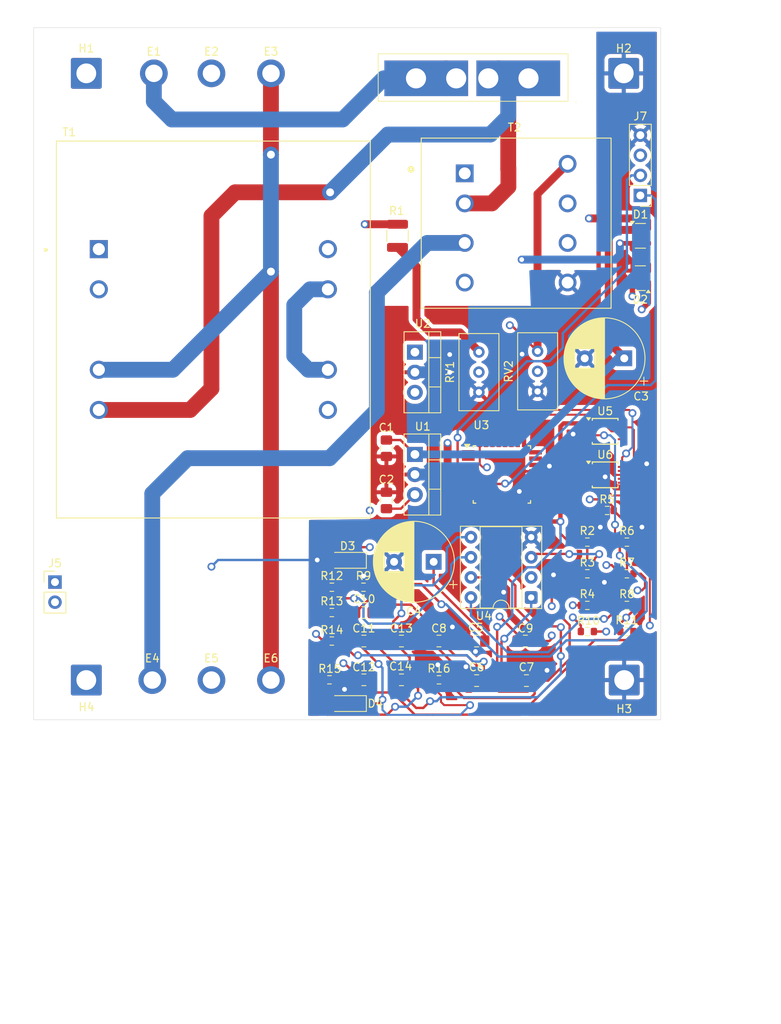
<source format=kicad_pcb>
(kicad_pcb (version 20241229) (generator "pcbnew") (generator_version "9.0")
  (layers (0 "F.Cu" signal) (4 "In1.Cu" signal) (6 "In2.Cu" signal) (2 "B.Cu" signal) (13 "F.Paste" user) (15 "B.Paste" user) (5 "F.SilkS" user "F.Silkscreen") (7 "B.SilkS" user "B.Silkscreen") (1 "F.Mask" user) (3 "B.Mask" user) (25 "Edge.Cuts" user))
  (net 0 "")
  (net 1 "GND")
  (net 2 "Net-(U4B--)")
  (net 3 "Net-(U4A-+)")
  (net 4 "Net-(D3-K)")
  (net 5 "VCC")
  (net 6 "Net-(U4B-+)")
  (net 7 "Net-(U4A--)")
  (net 8 "Net-(F1-Pad2)")
  (net 9 "5v")
  (net 10 "Net-(D1-+)")
  (net 11 "Net-(C10-Pad1)")
  (net 12 "Net-(C11-Pad1)")
  (net 27 "Net-(U3-PC4)")
  (net 34 "Net-(U3-PC5)")
  (net 47 "Net-(J7-Pin_1)")
  (net 48 "Net-(J5-Pin_1)")
  (net 49 "SDA")
  (net 50 "Net-(D2-+)")
  (net 51 "Net-(C9-Pad2)")
  (net 52 "Net-(C9-Pad1)")
  (net 53 "Net-(D4-K)")
  (net 54 "Net-(C12-Pad2)")
  (net 55 "Net-(C12-Pad1)")
  (net 56 "Net-(D1-Pad4)")
  (net 58 "Net-(D2-Pad4)")
  (net 59 "Net-(R1-Pad1)")
  (net 60 "Net-(R11-Pad1)")
  (net 61 "Net-(R14-Pad2)")
  (net 62 "Net-(D1-Pad2)")
  (net 63 "Net-(R1-Pad2)")
  (net 64 "Net-(P1-L)")
  (net 65 "Net-(J1-N)")
  (net 66 "Net-(J1-L)")
  (footprint "Connector_PinHeader_2.54mm:PinHeader_1x02_P2.54mm_Vertical" (layer "F.Cu") (at 102.7 120.05)
    (property "Reference" "J5")
    (property "Value" "Conn_01x02_Pin" (hide yes))
  )
  (footprint "Package_TO_SOT_SMD:SOT-143" (layer "F.Cu") (at 176.7 81.65 180)
    (property "Reference" "D2")
    (property "Value" "BAS3007" (hide yes))
  )
  (footprint "Capacitor_SMD:C_0805_2012Metric_Pad1.18x1.45mm_HandSolder" (layer "F.Cu") (at 146.5 127.5 180)
    (property "Reference" "C13")
    (property "Value" "22 nF" (hide yes))
  )
  (footprint "Capacitor_SMD:C_0805_2012Metric_Pad1.18x1.45mm_HandSolder" (layer "F.Cu") (at 146.5 132.4 180)
    (property "Reference" "C14")
    (property "Value" "10 nF" (hide yes))
  )
  (footprint "Capacitor_SMD:C_0805_2012Metric_Pad1.18x1.45mm_HandSolder" (layer "F.Cu") (at 156 132.5 180)
    (property "Reference" "C6")
    (property "Value" "1 uF" (hide yes))
  )
  (footprint "Capacitor_SMD:C_0805_2012Metric_Pad1.18x1.45mm_HandSolder" (layer "F.Cu") (at 141.75 123.9 180)
    (property "Reference" "C10")
    (property "Value" "1.5 uF" (hide yes))
  )
  (footprint "MountingHole:MountingHole_2.2mm_M2_ISO7380_Pad_TopBottom" (layer "F.Cu") (at 122.48 55.768)
    (property "Reference" "E2")
    (property "Value" "TestPoint_Small" (hide yes))
  )
  (footprint "Package_TO_SOT_SMD:SOT-143" (layer "F.Cu") (at 176.7 76.3)
    (property "Reference" "D1")
    (property "Value" "BAS3007" (hide yes))
  )
  (footprint "Resistor_SMD:R_0603_1608Metric" (layer "F.Cu") (at 170 126.3)
    (property "Reference" "R10")
    (property "Value" "10 K" (hide yes))
  )
  (footprint "Package_SO:TSSOP-10_3x3mm_P0.5mm" (layer "F.Cu") (at 172.25 101)
    (property "Reference" "U5")
    (property "Value" "ADS1115IDGS" (hide yes))
  )
  (footprint "Resistor_SMD:R_0603_1608Metric" (layer "F.Cu") (at 175 115)
    (property "Reference" "R6")
    (property "Value" "10 K" (hide yes))
  )
  (footprint "Diode_SMD:D_SOD-123" (layer "F.Cu") (at 139.7 135.4 180)
    (property "Reference" "D4")
    (property "Value" "D_Zener" (hide yes))
  )
  (footprint "Fuse:Fuseholder_Keystone_3555-2" (layer "F.Cu") (at 134.56 55.4)
    (property "Reference" "F1" (hide yes))
    (property "Value" "Fuse" (hide yes))
  )
  (footprint "Package_TO_SOT_THT:TO-220-3_Vertical" (layer "F.Cu") (at 148.2 91 -90)
    (property "Reference" "U2")
    (property "Value" "5 V Regulator" (hide yes))
  )
  (footprint "MountingHole:MountingHole_2.2mm_M2_ISO7380_Pad_TopBottom" (layer "F.Cu") (at 115 132.431)
    (property "Reference" "E4")
    (property "Value" "TestPoint_Small")
  )
  (footprint "Resistor_SMD:R_0603_1608Metric" (layer "F.Cu") (at 170 123)
    (property "Reference" "R4")
    (property "Value" "10 K" (hide yes))
  )
  (footprint "Capacitor_SMD:C_0805_2012Metric_Pad1.18x1.45mm_HandSolder" (layer "F.Cu") (at 144.6 103.1375 -90)
    (property "Reference" "C1")
    (property "Value" "1 uF" (hide yes))
  )
  (footprint "Resistor_SMD:R_0603_1608Metric" (layer "F.Cu") (at 175 119)
    (property "Reference" "R7")
    (property "Value" "10 K" (hide yes))
  )
  (footprint "Resistor_SMD:R_0603_1608Metric" (layer "F.Cu") (at 137.7 123.9)
    (property "Reference" "R13")
    (property "Value" "10 K" (hide yes))
  )
  (footprint "MountingHole:MountingHole_2.2mm_M2_ISO7380_Pad_TopBottom" (layer "F.Cu") (at 130.01 55.768)
    (property "Reference" "E3")
    (property "Value" "TestPoint_Small")
  )
  (footprint "Capacitor_SMD:C_0805_2012Metric_Pad1.18x1.45mm_HandSolder" (layer "F.Cu") (at 156 127.5 180)
    (property "Reference" "C5")
    (property "Value" "1 uF" (hide yes))
  )
  (footprint "Resistor_SMD:R_0603_1608Metric" (layer "F.Cu") (at 170 115)
    (property "Reference" "R2")
    (property "Value" "10 K" (hide yes))
  )
  (footprint "Resistor_SMD:R_0603_1608Metric" (layer "F.Cu") (at 170 119)
    (property "Reference" "R3")
    (property "Value" "20 K" (hide yes))
  )
  (footprint "Package_QFP:TQFP-32_7x7mm_P0.8mm" (layer "F.Cu") (at 159.2 106.45)
    (property "Reference" "U3")
    (property "Value" "ATmega328PB-A" (hide yes))
  )
  (footprint "Connector_Wire:SolderWire-2sqmm_1x01_D2mm_OD3.9mm" (layer "F.Cu") (at 174.659 132.431)
    (property "Reference" "H3")
    (property "Value" "Hole" (hide yes))
  )
  (footprint "Resistor_SMD:R_0603_1608Metric" (layer "F.Cu") (at 172.5 111 180)
    (property "Reference" "R5")
    (property "Value" "51.1 K" (hide yes))
  )
  (footprint "Resistor_SMD:R_0603_1608Metric" (layer "F.Cu") (at 137.7 127.5 180)
    (property "Reference" "R14")
    (property "Value" "30" (hide yes))
  )
  (footprint "Capacitor_THT:CP_Radial_D10.0mm_P5.00mm" (layer "F.Cu") (at 150.57 117.49 180)
    (property "Reference" "C4")
    (property "Value" "100 uF")
  )
  (footprint "Package_SO:TSSOP-10_3x3mm_P0.5mm" (layer "F.Cu") (at 172.25 106.5)
    (property "Reference" "U6")
    (property "Value" "ADS1115IDGS" (hide yes))
  )
  (footprint "Connector_Wire:SolderWire-2sqmm_1x01_D2mm_OD3.9mm" (layer "F.Cu") (at 106.659 55.768)
    (property "Reference" "H1")
    (property "Value" "Hole")
  )
  (footprint "Potentiometer_THT:Potentiometer_Bourns_3296W_Vertical" (layer "F.Cu") (at 163.71 90.88 90)
    (property "Reference" "RV2")
    (property "Value" "10 K Pot")
  )
  (footprint "Resistor_SMD:R_0603_1608Metric" (layer "F.Cu") (at 151.24 132.4)
    (property "Reference" "R16")
    (property "Value" "10 K" (hide yes))
  )
  (footprint "Resistor_SMD:R_1210_3225Metric" (layer "F.Cu") (at 146 76.3 90)
    (property "Reference" "R1")
    (property "Value" "240 K" (hide yes))
  )
  (footprint "Capacitor_SMD:C_0805_2012Metric_Pad1.18x1.45mm_HandSolder" (layer "F.Cu") (at 144.6 109.7375 90)
    (property "Reference" "C2")
    (property "Value" "1 uF" (hide yes))
  )
  (footprint "MountingHole:MountingHole_2.2mm_M2_ISO7380_Pad_TopBottom" (layer "F.Cu") (at 115.2 55.768)
    (property "Reference" "E1")
    (property "Value" "TestPoint_Small" (hide yes))
  )
  (footprint "Package_TO_SOT_THT:TO-220-3_Vertical" (layer "F.Cu") (at 148.2 103.92 -90)
    (property "Reference" "U1")
    (property "Value" "12 V Regulator" (hide yes))
  )
  (footprint "MountingHole:MountingHole_2.2mm_M2_ISO7380_Pad_TopBottom" (layer "F.Cu") (at 130 132.431)
    (property "Reference" "E6")
    (property "Value" "TestPoint_Small")
  )
  (footprint "Potentiometer_THT:Potentiometer_Bourns_3296W_Vertical" (layer "F.Cu") (at 156.29 90.98 90)
    (property "Reference" "RV1")
    (property "Value" "10K Pot")
  )
  (footprint "Resistor_SMD:R_0603_1608Metric" (layer "F.Cu") (at 175 126.3)
    (property "Reference" "R11")
    (property "Value" "51.1 K" (hide yes))
  )
  (footprint "Resistor_SMD:R_0603_1608Metric" (layer "F.Cu") (at 137.4 132.4 180)
    (property "Reference" "R15")
    (property "Value" "20 K" (hide yes))
  )
  (footprint "Custom Transformers:XFMR_CSE185L" (layer "F.Cu") (at 161 74.7)
    (property "Reference" "T2")
    (property "Value" "CSE185L" (hide yes))
  )
  (footprint "Capacitor_SMD:C_0805_2012Metric_Pad1.18x1.45mm_HandSolder" (layer "F.Cu") (at 162.3 132.5 180)
    (property "Reference" "C7")
    (property "Value" "20 nF" (hide yes))
  )
  (footprint "Capacitor_THT:CP_Radial_D10.0mm_P5.00mm" (layer "F.Cu") (at 174.667677 91.78 180)
    (property "Reference" "C3")
    (property "Value" "100 uF")
  )
  (footprint "Capacitor_SMD:C_0805_2012Metric_Pad1.18x1.45mm_HandSolder" (layer "F.Cu") (at 141.75 132.4 180)
    (property "Reference" "C12")
    (property "Value" "1.5 uF" (hide yes))
  )
  (footprint "Resistor_SMD:R_0603_1608Metric" (layer "F.Cu") (at 137.7 120.7)
    (property "Reference" "R12")
    (property "Value" "10 K" (hide yes))
  )
  (footprint "Connector_Wire:SolderWire-2sqmm_1x01_D2mm_OD3.9mm" (layer "F.Cu") (at 174.603 55.768)
    (property "Reference" "H2")
    (property "Value" "Hole")
  )
  (footprint "Custom Transformers:XFMR_VPP12-800" (layer "F.Cu") (at 122.722 88.14)
    (property "Reference" "T1")
    (property "Value" "VPP12-800" (hide yes))
  )
  (footprint "Capacitor_SMD:C_0805_2012Metric_Pad1.18x1.45mm_HandSolder" (layer "F.Cu") (at 141.75 127.5 180)
    (property "Reference" "C11")
    (property "Value" "1.5 uF" (hide yes))
  )
  (footprint "MountingHole:MountingHole_2.2mm_M2_ISO7380_Pad_TopBottom" (layer "F.Cu") (at 122.48 132.431)
    (property "Reference" "E5")
    (property "Value" "TestPoint_Small")
  )
  (footprint "Diode_SMD:D_SOD-123" (layer "F.Cu") (at 139.7 117.3 180)
    (property "Reference" "D3")
    (property "Value" "D_Zener" (hide yes))
  )
  (footprint "Connector_Wire:SolderWire-2sqmm_1x01_D2mm_OD3.9mm" (layer "F.Cu") (at 106.659 132.431)
    (property "Reference" "H4")
    (property "Value" "Hole" (hide yes))
  )
  (footprint "Capacitor_SMD:C_0805_2012Metric_Pad1.18x1.45mm_HandSolder" (layer "F.Cu") (at 151.24 127.5)
    (property "Reference" "C8")
    (property "Value" "10 nF" (hide yes))
  )
  (footprint "Resistor_SMD:R_0603_1608Metric" (layer "F.Cu") (at 141.7 120.7)
    (property "Reference" "R9")
    (property "Value" "1 K" (hide yes))
  )
  (footprint "Connector_PinHeader_2.54mm:PinHeader_1x04_P2.54mm_Vertical" (layer "F.Cu") (at 176.7 71.2 180)
    (property "Reference" "J7")
    (property "Value" "Conn_01x04_Pin" (hide yes))
  )
  (footprint "Capacitor_SMD:C_0805_2012Metric_Pad1.18x1.45mm_HandSolder" (layer "F.Cu") (at 162.1625 127.5)
    (property "Reference" "C9")
    (property "Value" "1.5 uF" (hide yes))
  )
  (footprint "Resistor_SMD:R_0603_1608Metric" (layer "F.Cu") (at 175 123)
    (property "Reference" "R8")
    (property "Value" "3 K" (hide yes))
  )
  (footprint "Package_DIP:DIP-8_W7.62mm_Socket" (layer "F.Cu") (at 162.9 122 180)
    (property "Reference" "U4")
    (property "Value" "LM358")
  )
  (gr_rect (start 100 50) (end 179.28 137.4522) (stroke (width 0.05)) (fill no) (layer "Edge.Cuts"))
  (segment (start 138.01 117.26) (end 138.05 117.3) (width 0.3) (layer "F.Cu") (net 1))
  (segment (start 135.85 117.26) (end 138.01 117.26) (width 1) (layer "F.Cu") (net 1))
  (segment (start 163.45 106.05) (end 159.6 106.05) (width 0.3) (layer "F.Cu") (net 1))
  (segment (start 172.25 106.75) (end 172 106.5) (width 0.3) (layer "F.Cu") (net 1))
  (segment (start 159.6 106.05) (end 158.8 106.85) (width 0.3) (layer "F.Cu") (net 1))
  (segment (start 170.1 101) (end 168.55 101) (width 0.254) (layer "F.Cu") (net 1))
  (segment (start 172 106.5) (end 170.1 106.5) (width 0.25) (layer "F.Cu") (net 1))
  (segment (start 158.8 106.85) (end 154.95 106.85) (width 0.3) (layer "F.Cu") (net 1))
  (segment (start 168.55 101) (end 168.2 101.35) (width 0.254) (layer "F.Cu") (net 1))
  (via (at 172.25 106.75) (size 1) (drill 0.6) (layers "F.Cu" "B.Cu") (net 1))
  (via (at 152.6 91.3) (size 1) (drill 0.6) (layers "F.Cu" "B.Cu") (net 1))
  (via (at 168.2 101.35) (size 1) (drill 0.6) (layers "F.Cu" "B.Cu") (net 1))
  (via (at 172.15 120.08) (size 1) (drill 0.6) (layers "F.Cu" "B.Cu") (net 1))
  (via (at 164.9 131.2) (size 1) (drill 0.6) (layers "F.Cu" "B.Cu") (net 1))
  (via (at 135.85 117.26) (size 1) (drill 0.6) (layers "F.Cu" "B.Cu") (net 1))
  (via (at 159.42 121.33) (size 1) (drill 0.6) (layers "F.Cu" "B.Cu") (net 1))
  (via (at 161.4 108.6) (size 1) (drill 0.6) (layers "F.Cu" "B.Cu") (net 1))
  (via (at 176.9 113.1) (size 1) (drill 0.6) (layers "F.Cu" "B.Cu") (net 1))
  (via (at 154.65 130.75) (size 1) (drill 0.6) (layers "F.Cu" "B.Cu") (net 1))
  (via (at 165.2 105.4) (size 1) (drill 0.6) (layers "F.Cu" "B.Cu") (net 1))
  (via (at 122.48 118.1) (size 1) (drill 0.6) (layers "F.Cu" "B.Cu") (net 1))
  (via (at 152.6 93.55) (size 1) (drill 0.6) (layers "F.Cu" "B.Cu") (net 1))
  (via (at 155.86 128.82) (size 1) (drill 0.6) (layers "F.Cu" "B.Cu") (net 1))
  (via (at 141.7 119.3) (size 1) (drill 0.6) (layers "F.Cu" "B.Cu") (net 1))
  (via (at 151.1 130.5) (size 1) (drill 0.6) (layers "F.Cu" "B.Cu") (net 1))
  (via (at 171.64 113.11) (size 1) (drill 0.6) (layers "F.Cu" "B.Cu") (net 1))
  (via (at 165.72 119.14) (size 1) (drill 0.6) (layers "F.Cu" "B.Cu") (net 1))
  (via (at 177.5 105.1) (size 1) (drill 0.6) (layers "F.Cu" "B.Cu") (net 1))
  (via (at 139.3 133.6) (size 1) (drill 0.6) (layers "F.Cu" "B.Cu") (net 1))
  (via (at 161.75 91.25) (size 1) (drill 0.6) (layers "F.Cu" "B.Cu") (net 1))
  (via (at 152.94 125.72) (size 1) (drill 0.6) (layers "F.Cu" "B.Cu") (net 1))
  (segment (start 151.77 106.88) (end 154.21 106.88) (width 0.3) (layer "B.Cu") (net 1))
  (segment (start 152.59 93.54) (end 152.6 93.55) (width 1.5) (layer "B.Cu") (net 1))
  (segment (start 135.66 117.26) (end 123.32 117.26) (width 0.3) (layer "B.Cu") (net 1))
  (segment (start 123.32 117.26) (end 122.48 118.1) (width 0.3) (layer "B.Cu") (net 1))
  (segment (start 148.2 106.46) (end 151.35 106.46) (width 1.5) (layer "B.Cu") (net 1))
  (segment (start 151.35 106.46) (end 151.74 106.85) (width 0.3) (layer "B.Cu") (net 1))
  (segment (start 151.74 106.85) (end 151.77 106.88) (width 0.3) (layer "B.Cu") (net 1))
  (segment (start 148.2 93.54) (end 152.59 93.54) (width 1.5) (layer "B.Cu") (net 1))
  (segment (start 140.5 122.1) (end 138.275 122.1) (width 0.3) (layer "F.Cu") (net 2))
  (segment (start 138.275 122.1) (end 136.875 120.7) (width 0.3) (layer "F.Cu") (net 2))
  (segment (start 168.16 124.51) (end 169.175 125.525) (width 0.3) (layer "F.Cu") (net 2))
  (segment (start 169.175 125.525) (end 169.175 126.3) (width 0.3) (layer "F.Cu") (net 2))
  (via (at 168.16 124.51) (size 1) (drill 0.6) (layers "F.Cu" "B.Cu") (net 2))
  (via (at 140.5 122.1) (size 1) (drill 0.6) (layers "F.Cu" "B.Cu") (net 2))
  (segment (start 147.18 125.3) (end 146.541934 125.3) (width 0.3) (layer "B.Cu") (net 2))
  (segment (start 141.7 122.7) (end 141.1 122.1) (width 0.3) (layer "B.Cu") (net 2))
  (segment (start 153.69 116.92) (end 152.781 117.829) (width 0.3) (layer "B.Cu") (net 2))
  (segment (start 146.539934 125.3) (end 142.3 125.3) (width 0.3) (layer "B.Cu") (net 2))
  (segment (start 146.541934 125.3) (end 146.540934 125.301) (width 0.3) (layer "B.Cu") (net 2))
  (segment (start 141.1 122.1) (end 140.5 122.1) (width 0.3) (layer "B.Cu") (net 2))
  (segment (start 155.28 116.92) (end 153.69 116.92) (width 0.3) (layer "B.Cu") (net 2))
  (segment (start 152.781 117.829) (end 152.781 119.699) (width 0.3) (layer "B.Cu") (net 2))
  (segment (start 146.540934 125.301) (end 146.539934 125.3) (width 0.3) (layer "B.Cu") (net 2))
  (segment (start 142.3 125.3) (end 141.7 124.7) (width 0.3) (layer "B.Cu") (net 2))
  (segment (start 152.781 119.699) (end 147.18 125.3) (width 0.3) (layer "B.Cu") (net 2))
  (segment (start 141.7 124.7) (end 141.7 122.7) (width 0.3) (layer "B.Cu") (net 2))
  (segment (start 163.3375 132.5) (end 163.3375 134.1625) (width 0.3) (layer "F.Cu") (net 3))
  (segment (start 163.33 116.49) (end 162.9 116.92) (width 0.3) (layer "F.Cu") (net 3))
  (segment (start 170.9 117.1) (end 170.9 118.925) (width 0.3) (layer "F.Cu") (net 3))
  (segment (start 153.5 130.7975) (end 150.2025 127.5) (width 0.3) (layer "F.Cu") (net 3))
  (segment (start 166.98 124.71) (end 167.761 125.491) (width 0.3) (layer "F.Cu") (net 3))
  (segment (start 167.71 116.51) (end 167.71 116.21) (width 0.3) (layer "F.Cu") (net 3))
  (segment (start 170.9 118.925) (end 170.825 119) (width 0.3) (layer "F.Cu") (net 3))
  (segment (start 171.49 116.51) (end 170.9 117.1) (width 0.3) (layer "F.Cu") (net 3))
  (segment (start 167.761 125.491) (end 167.761 129.779) (width 0.3) (layer "F.Cu") (net 3))
  (segment (start 166.98 121.92) (end 166.98 124.71) (width 0.3) (layer "F.Cu") (net 3))
  (segment (start 167.43 116.49) (end 163.33 116.49) (width 0.3) (layer "F.Cu") (net 3))
  (segment (start 168.4 120.5) (end 166.98 121.92) (width 0.3) (layer "F.Cu") (net 3))
  (segment (start 153.5 133.8) (end 153.5 130.7975) (width 0.3) (layer "F.Cu") (net 3))
  (segment (start 170.825 119) (end 169.325 120.5) (width 0.3) (layer "F.Cu") (net 3))
  (segment (start 169.325 120.5) (end 168.4 120.5) (width 0.3) (layer "F.Cu") (net 3))
  (segment (start 154.39 134.69) (end 153.5 133.8) (width 0.3) (layer "F.Cu") (net 3))
  (segment (start 167.761 129.779) (end 165.04 132.5) (width 0.3) (layer "F.Cu") (net 3))
  (segment (start 163.3375 134.1625) (end 162.81 134.69) (width 0.3) (layer "F.Cu") (net 3))
  (segment (start 167.71 116.21) (end 167.43 116.49) (width 0.3) (layer "F.Cu") (net 3))
  (segment (start 165.04 132.5) (end 163.3375 132.5) (width 0.3) (layer "F.Cu") (net 3))
  (segment (start 162.81 134.69) (end 154.39 134.69) (width 0.3) (layer "F.Cu") (net 3))
  (via (at 167.71 116.51) (size 1) (drill 0.6) (layers "F.Cu" "B.Cu") (net 3))
  (via (at 171.49 116.51) (size 1) (drill 0.6) (layers "F.Cu" "B.Cu") (net 3))
  (segment (start 167.71 116.51) (end 171.49 116.51) (width 0.3) (layer "B.Cu") (net 3))
  (segment (start 174.1 115.075) (end 174.175 115) (width 0.3) (layer "F.Cu") (net 4))
  (segment (start 172.11 101.5) (end 170.1 101.5) (width 0.254) (layer "F.Cu") (net 4))
  (segment (start 173.5 114.325) (end 174.175 115) (width 0.254) (layer "F.Cu") (net 4))
  (segment (start 170.825 115) (end 174.175 115) (width 0.3) (layer "F.Cu") (net 4))
  (segment (start 142.3125 122.3) (end 144.4 122.3) (width 0.3) (layer "F.Cu") (net 4))
  (segment (start 144.4 122.3) (end 146.4 120.3) (width 0.3) (layer "F.Cu") (net 4))
  (segment (start 144.35 120.3) (end 146.6 120.3) (width 0.3) (layer "F.Cu") (net 4))
  (segment (start 141.35 117.3) (end 144.35 120.3) (width 0.3) (layer "F.Cu") (net 4))
  (segment (start 173.5 112.8) (end 173.5 114.325) (width 0.254) (layer "F.Cu") (net 4))
  (segment (start 174.1 116.7) (end 174.1 115.075) (width 0.3) (layer "F.Cu") (net 4))
  (segment (start 146.6 120.3) (end 149 120.3) (width 0.3) (layer "F.Cu") (net 4))
  (segment (start 151.55 122.85) (end 149 120.3) (width 0.3) (layer "F.Cu") (net 4))
  (segment (start 146.4 120.3) (end 146.6 120.3) (width 0.3) (layer "F.Cu") (net 4))
  (segment (start 140.7125 123.9) (end 142.3125 122.3) (width 0.3) (layer "F.Cu") (net 4))
  (via (at 174.1 116.7) (size 1) (drill 0.6) (layers "F.Cu" "B.Cu") (net 4))
  (via (at 173.5 112.8) (size 1) (drill 0.6) (layers "F.Cu" "B.Cu") (net 4))
  (via (at 172.11 101.5) (size 1) (drill 0.6) (layers "F.Cu" "B.Cu") (net 4))
  (via (at 151.55 122.85) (size 1) (drill 0.6) (layers "F.Cu" "B.Cu") (net 4))
  (segment (start 158.75 129.46) (end 165.3 129.46) (width 0.3) (layer "B.Cu") (net 4))
  (segment (start 152.14 122.85) (end 158.75 129.46) (width 0.3) (layer "B.Cu") (net 4))
  (segment (start 172.11 101.5) (end 172.9 101.5) (width 0.254) (layer "B.Cu") (net 4))
  (segment (start 173.8 127.41) (end 177.5 123.71) (width 0.3) (layer "B.Cu") (net 4))
  (segment (start 177.5 120.1) (end 174.1 116.7) (width 0.3) (layer "B.Cu") (net 4))
  (segment (start 172.9 101.5) (end 173.5 102.1) (width 0.254) (layer "B.Cu") (net 4))
  (segment (start 167.35 127.41) (end 173.8 127.41) (width 0.3) (layer "B.Cu") (net 4))
  (segment (start 151.55 122.85) (end 152.14 122.85) (width 0.3) (layer "B.Cu") (net 4))
  (segment (start 165.3 129.46) (end 167.35 127.41) (width 0.3) (layer "B.Cu") (net 4))
  (segment (start 177.5 123.71) (end 177.5 120.1) (width 0.3) (layer "B.Cu") (net 4))
  (segment (start 173.5 102.1) (end 173.5 112.8) (width 0.254) (layer "B.Cu") (net 4))
  (segment (start 172.1 124.7) (end 172.475 124.7) (width 0.3) (layer "F.Cu") (net 5))
  (segment (start 172.475 124.7) (end 174.175 123) (width 0.3) (layer "F.Cu") (net 5))
  (segment (start 144.6 110.775) (end 146.425 110.775) (width 0.3) (layer "F.Cu") (net 5))
  (segment (start 146.425 110.775) (end 148.2 109) (width 0.3) (layer "F.Cu") (net 5))
  (via (at 172.1 124.7) (size 1) (drill 0.6) (layers "F.Cu" "B.Cu") (net 5))
  (segment (start 155.28 124.28) (end 159.9 128.9) (width 0.3) (layer "B.Cu") (net 5))
  (segment (start 155.28 122) (end 155.28 124.28) (width 0.3) (layer "B.Cu") (net 5))
  (segment (start 165.055 128.9) (end 169.255 124.7) (width 0.3) (layer "B.Cu") (net 5))
  (segment (start 159.9 128.9) (end 165.055 128.9) (width 0.3) (layer "B.Cu") (net 5))
  (segment (start 169.255 124.7) (end 172.1 124.7) (width 0.3) (layer "B.Cu") (net 5))
  (segment (start 147.5375 129.575) (end 147.5375 132.4) (width 0.3) (layer "F.Cu") (net 6))
  (segment (start 146.5 124) (end 145.4625 125.0375) (width 0.3) (layer "F.Cu") (net 6))
  (segment (start 145.7 135.8) (end 144.6988 136.8012) (width 0.3) (layer "F.Cu") (net 6))
  (segment (start 145.4625 127.5) (end 147.5375 129.575) (width 0.3) (layer "F.Cu") (net 6))
  (segment (start 145.4625 125.0375) (end 145.4625 127.5) (width 0.3) (layer "F.Cu") (net 6))
  (segment (start 148.6 134.4) (end 148.6 133.5) (width 0.3) (layer "F.Cu") (net 6))
  (segment (start 137.1 136.8012) (end 136.575 136.2762) (width 0.3) (layer "F.Cu") (net 6))
  (segment (start 148.6 133.5) (end 147.5375 132.4375) (width 0.3) (layer "F.Cu") (net 6))
  (segment (start 144.6988 136.8012) (end 137.1 136.8012) (width 0.3) (layer "F.Cu") (net 6))
  (segment (start 136.575 136.2762) (end 136.575 132.4) (width 0.3) (layer "F.Cu") (net 6))
  (segment (start 147.5375 132.4375) (end 147.5375 132.4) (width 0.3) (layer "F.Cu") (net 6))
  (via (at 146.5 124) (size 1) (drill 0.6) (layers "F.Cu" "B.Cu") (net 6))
  (via (at 148.6 134.4) (size 1) (drill 0.6) (layers "F.Cu" "B.Cu") (net 6))
  (via (at 145.7 135.8) (size 1) (drill 0.6) (layers "F.Cu" "B.Cu") (net 6))
  (segment (start 146.5 121.11) (end 146.5 124) (width 0.3) (layer "B.Cu") (net 6))
  (segment (start 147.15 120.46) (end 146.5 121.11) (width 0.3) (layer "B.Cu") (net 6))
  (segment (start 150.49 120.46) (end 147.15 120.46) (width 0.3) (layer "B.Cu") (net 6))
  (segment (start 155.28 114.38) (end 153.58 114.38) (width 0.3) (layer "B.Cu") (net 6))
  (segment (start 148.6 134.4) (end 147.2 135.8) (width 0.3) (layer "B.Cu") (net 6))
  (segment (start 147.2 135.8) (end 145.7 135.8) (width 0.3) (layer "B.Cu") (net 6))
  (segment (start 152.24 118.71) (end 150.49 120.46) (width 0.3) (layer "B.Cu") (net 6))
  (segment (start 153.58 114.38) (end 152.24 115.72) (width 0.3) (layer "B.Cu") (net 6))
  (segment (start 152.24 115.72) (end 152.24 118.71) (width 0.3) (layer "B.Cu") (net 6))
  (segment (start 172.4 117.9) (end 173.075 117.9) (width 0.3) (layer "F.Cu") (net 7))
  (segment (start 173.075 117.9) (end 174.175 119) (width 0.3) (layer "F.Cu") (net 7))
  (segment (start 174.175 119) (end 174.175 121.445) (width 0.3) (layer "F.Cu") (net 7))
  (segment (start 174.175 121.445) (end 172.62 123) (width 0.3) (layer "F.Cu") (net 7))
  (segment (start 172.62 123) (end 170.825 123) (width 0.3) (layer "F.Cu") (net 7))
  (via (at 172.4 117.9) (size 1) (drill 0.6) (layers "F.Cu" "B.Cu") (net 7))
  (segment (start 125.47 70.8) (end 122.48 73.79) (width 2) (layer "F.Cu") (net 8))
  (segment (start 157.924 72.2) (end 160.02 70.104) (width 2) (layer "F.Cu") (net 8))
  (segment (start 160.02 70.104) (end 160.02 67.818) (width 2) (layer "F.Cu") (net 8))
  (segment (start 119.78 98.3) (end 108.244 98.3) (width 2) (layer "F.Cu") (net 8))
  (segment (start 160.52 56.4) (end 162.56 56.4) (width 2) (layer "F.Cu") (net 8))
  (segment (start 137.48 70.8) (end 125.47 70.8) (width 2) (layer "F.Cu") (net 8))
  (segment (start 122.48 95.6) (end 119.78 98.3) (width 2) (layer "F.Cu") (net 8))
  (segment (start 122.48 73.79) (end 122.48 95.6) (width 2) (layer "F.Cu") (net 8))
  (segment (start 154.5 72.2) (end 157.924 72.2) (width 2) (layer "F.Cu") (net 8))
  (segment (start 160.02 67.818) (end 160 67.798) (width 2) (layer "F.Cu") (net 8))
  (segment (start 160 67.798) (end 160 56.38) (width 2) (layer "F.Cu") (net 8))
  (via (at 137.48 70.8) (size 2) (drill 1) (layers "F.Cu" "B.Cu") (net 8))
  (segment (start 137.48 70.8) (end 144.78 63.5) (width 2) (layer "B.Cu") (net 8))
  (segment (start 160 61.234) (end 160 56.38) (width 2) (layer "B.Cu") (net 8))
  (segment (start 157.734 63.5) (end 160 61.234) (width 2) (layer "B.Cu") (net 8))
  (segment (start 144.78 63.5) (end 157.734 63.5) (width 2) (layer "B.Cu") (net 8))
  (segment (start 166.6 112.32) (end 166.6 102.6) (width 0.55) (layer "F.Cu") (net 9))
  (segment (start 173.05 101) (end 174.4 101) (width 0.254) (layer "F.Cu") (net 9))
  (segment (start 173.43 106.5) (end 173.13 106.2) (width 0.55) (layer "F.Cu") (net 9))
  (segment (start 156.9 132.3625) (end 157.0375 132.5) (width 0.3) (layer "F.Cu") (net 9))
  (segment (start 169.07 100) (end 166.99 100) (width 0.55) (layer "F.Cu") (net 9))
  (segment (start 158.6 125.7) (end 158.6 131.2) (width 0.3) (layer "F.Cu") (net 9))
  (segment (start 169.07 100) (end 170.1 100) (width 0.25) (layer "F.Cu") (net 9))
  (segment (start 172.3 103.3) (end 167.2 103.3) (width 0.55) (layer "F.Cu") (net 9))
  (segment (start 167.2 103.3) (end 166.6 102.7) (width 0.55) (layer "F.Cu") (net 9))
  (segment (start 136.875 123.9) (end 136.9 123.9) (width 0.3) (layer "F.Cu") (net 9))
  (segment (start 138 125) (end 138.8 125) (width 0.3) (layer "F.Cu") (net 9))
  (segment (start 158.6 131.2) (end 157.3 132.5) (width 0.3) (layer "F.Cu") (net 9))
  (segment (start 140.503496 129.3) (end 141 129.3) (width 0.3) (layer "F.Cu") (net 9))
  (segment (start 173.13 106.2) (end 173.13 104.13) (width 0.55) (layer "F.Cu") (net 9))
  (segment (start 166.605 112.325) (end 166.6 112.33) (width 0.3) (layer "F.Cu") (net 9))
  (segment (start 152.33 102.47) (end 152.33 106.04) (width 1) (layer "F.Cu") (net 9))
  (segment (start 156.9 130.1) (end 156.9 132.3625) (width 0.3) (layer "F.Cu") (net 9))
  (segment (start 174.4 106.5) (end 173.43 106.5) (width 0.254) (layer "F.Cu") (net 9))
  (segment (start 166.6 112.4) (end 154.43 112.4) (width 0.55) (layer "F.Cu") (net 9))
  (segment (start 138.8 125) (end 139.5 125.7) (width 0.3) (layer "F.Cu") (net 9))
  (segment (start 154.43 112.4) (end 152.34 110.31) (width 0.55) (layer "F.Cu") (net 9))
  (segment (start 157.3 132.5) (end 157.0375 132.5) (width 0.3) (layer "F.Cu") (net 9))
  (segment (start 139.5 128.296504) (end 140.503496 129.3) (width 0.3) (layer "F.Cu") (net 9))
  (segment (start 136.9 123.9) (end 138 125) (width 0.3) (layer "F.Cu") (net 9))
  (segment (start 172.05 100) (end 173.05 101) (width 0.254) (layer "F.Cu") (net 9))
  (segment (start 167.68 115) (end 169.175 115) (width 0.3) (layer "F.Cu") (net 9))
  (segment (start 170.1 100) (end 172.05 100) (width 0.254) (layer "F.Cu") (net 9))
  (segment (start 173.13 104.13) (end 172.3 103.3) (width 0.55) (layer "F.Cu") (net 9))
  (segment (start 166.6 102.7) (end 166.6 102.6) (width 0.254) (layer "F.Cu") (net 9))
  (segment (start 166.99 100) (end 166.6 100.39) (width 0.55) (layer "F.Cu") (net 9))
  (segment (start 166.605 113.925) (end 167.68 115) (width 0.3) (layer "F.Cu") (net 9))
  (segment (start 166.605 112.325) (end 166.605 113.925) (width 0.3) (layer "F.Cu") (net 9))
  (segment (start 139.5 125.7) (end 139.5 128.296504) (width 0.3) (layer "F.Cu") (net 9))
  (segment (start 166.6 112.33) (end 166.6 112.4) (width 0.3) (layer "F.Cu") (net 9))
  (segment (start 166.6 100.39) (end 166.6 102.6) (width 0.55) (layer "F.Cu") (net 9))
  (segment (start 154.95 106.05) (end 152.34 106.05) (width 0.55) (layer "F.Cu") (net 9))
  (segment (start 166.605 112.325) (end 166.6 112.32) (width 0.254) (layer "F.Cu") (net 9))
  (segment (start 152.34 110.31) (end 152.34 106.05) (width 0.55) (layer "F.Cu") (net 9))
  (via (at 141 129.3) (size 1) (drill 0.6) (layers "F.Cu" "B.Cu") (net 9))
  (via (at 166.6 112.4) (size 1) (drill 0.6) (layers "F.Cu" "B.Cu") (net 9))
  (via (at 152.33 102.47) (size 1) (drill 0.6) (layers "F.Cu" "B.Cu") (net 9))
  (via (at 156.9 130.1) (size 1) (drill 0.6) (layers "F.Cu" "B.Cu") (net 9))
  (via (at 158.6 125.7) (size 1) (drill 0.6) (layers "F.Cu" "B.Cu") (net 9))
  (segment (start 162.42 118.18) (end 160.5 120.1) (width 0.3) (layer "B.Cu") (net 9))
  (segment (start 159.1 125.7) (end 158.6 125.7) (width 0.3) (layer "B.Cu") (net 9))
  (segment (start 154.77 129.3) (end 141 129.3) (width 0.3) (layer "B.Cu") (net 9))
  (segment (start 160.5 120.1) (end 160.5 124.3) (width 0.3) (layer "B.Cu") (net 9))
  (segment (start 160.5 124.3) (end 159.1 125.7) (width 0.3) (layer "B.Cu") (net 9))
  (segment (start 156.9 130.1) (end 155.57 130.1) (width 0.3) (layer "B.Cu") (net 9))
  (segment (start 163.47 118.18) (end 162.42 118.18) (width 0.3) (layer "B.Cu") (net 9))
  (segment (start 155.57 130.1) (end 154.77 129.3) (width 0.3) (layer "B.Cu") (net 9))
  (segment (start 166.61 112.33) (end 166.61 115.04) (width 0.3) (layer "B.Cu") (net 9))
  (segment (start 166.61 115.04) (end 163.47 118.18) (width 0.3) (layer "B.Cu") (net 9))
  (segment (start 172.7 76.16) (end 172.7 89.732323) (width 1) (layer "F.Cu") (net 10))
  (segment (start 175.55 75.55) (end 173.31 75.55) (width 1) (layer "F.Cu") (net 10))
  (segment (start 172.7 89.732323) (end 174.767677 91.8) (width 1) (layer "F.Cu") (net 10))
  (segment (start 144.6 102.1) (end 146.38 102.1) (width 0.3) (layer "F.Cu") (net 10))
  (segment (start 146.38 102.1) (end 148.2 103.92) (width 0.3) (layer "F.Cu") (net 10))
  (segment (start 173.31 75.55) (end 172.7 76.16) (width 1) (layer "F.Cu") (net 10))
  (segment (start 161.7 103.92) (end 173.82 91.8) (width 1) (layer "B.Cu") (net 10))
  (segment (start 173.82 91.8) (end 174.767677 91.8) (width 1) (layer "B.Cu") (net 10))
  (segment (start 148.2 103.92) (end 161.7 103.92) (width 1) (layer "B.Cu") (net 10))
  (segment (start 154.76 129.31) (end 153.26 129.31) (width 0.3) (layer "F.Cu") (net 11))
  (segment (start 158.03 133.57) (end 158.03 133.6) (width 0.3) (layer "F.Cu") (net 11))
  (segment (start 147.680171 122.902671) (end 152.2775 127.5) (width 0.3) (layer "F.Cu") (net 11))
  (segment (start 153.26 129.31) (end 152.2775 128.3275) (width 0.3) (layer "F.Cu") (net 11))
  (segment (start 159.15 127.55) (end 159.15 132.45) (width 0.3) (layer "F.Cu") (net 11))
  (segment (start 157.95 133.68) (end 156.15 133.68) (width 0.3) (layer "F.Cu") (net 11))
  (segment (start 143.784829 122.902671) (end 147.680171 122.902671) (width 0.3) (layer "F.Cu") (net 11))
  (segment (start 142.7875 123.9) (end 143.784829 122.902671) (width 0.3) (layer "F.Cu") (net 11))
  (segment (start 159.5 127.2) (end 159.15 127.55) (width 0.3) (layer "F.Cu") (net 11))
  (segment (start 156 130.55) (end 154.76 129.31) (width 0.3) (layer "F.Cu") (net 11))
  (segment (start 177.3 119.55) (end 176.75 119) (width 0.3) (layer "F.Cu") (net 11))
  (segment (start 156 133.53) (end 156 130.55) (width 0.3) (layer "F.Cu") (net 11))
  (segment (start 156.15 133.68) (end 156 133.53) (width 0.3) (layer "F.Cu") (net 11))
  (segment (start 152.2775 128.3275) (end 152.2775 127.5) (width 0.3) (layer "F.Cu") (net 11))
  (segment (start 159.15 132.45) (end 158.03 133.57) (width 0.3) (layer "F.Cu") (net 11))
  (segment (start 158.03 133.6) (end 157.95 133.68) (width 0.3) (layer "F.Cu") (net 11))
  (segment (start 176.75 119) (end 175.825 119) (width 0.3) (layer "F.Cu") (net 11))
  (segment (start 177.3 120.7) (end 177.3 119.55) (width 0.3) (layer "F.Cu") (net 11))
  (segment (start 176.34 121.09) (end 176.91 121.09) (width 0.3) (layer "F.Cu") (net 11))
  (segment (start 176.91 121.09) (end 177.3 120.7) (width 0.3) (layer "F.Cu") (net 11))
  (via (at 159.5 127.2) (size 1) (drill 0.6) (layers "F.Cu" "B.Cu") (net 11))
  (via (at 176.34 121.09) (size 1) (drill 0.6) (layers "F.Cu" "B.Cu") (net 11))
  (segment (start 162.9 122) (end 162.9 123.8) (width 0.3) (layer "B.Cu") (net 11))
  (segment (start 162.9 123.8) (end 159.5 127.2) (width 0.3) (layer "B.Cu") (net 11))
  (segment (start 159.86 119.46) (end 160.9 120.5) (width 0.3) (layer "F.Cu") (net 12))
  (segment (start 145.4625 130.175) (end 142.7875 127.5) (width 0.3) (layer "F.Cu") (net 12))
  (segment (start 160.9 120.5) (end 160.9 123.3) (width 0.3) (layer "F.Cu") (net 12))
  (segment (start 166.65 129.4) (end 166.65 125.75) (width 0.3) (layer "F.Cu") (net 12))
  (segment (start 166.65 125.67) (end 166.65 125.75) (width 0.3) (layer "F.Cu") (net 12))
  (segment (start 155.28 119.46) (end 159.86 119.46) (width 0.3) (layer "F.Cu") (net 12))
  (segment (start 145.9 133.499) (end 145.9 132.8375) (width 0.3) (layer "F.Cu") (net 12))
  (segment (start 150.114984 135.102417) (end 149.266201 135.9512) (width 0.3) (layer "F.Cu") (net 12))
  (segment (start 145.9 132.8375) (end 145.4625 132.4) (width 0.3) (layer "F.Cu") (net 12))
  (segment (start 145.90326 133.499) (end 145.9 133.499) (width 0.3) (layer "F.Cu") (net 12))
  (segment (start 163.25 125.65) (end 166.63 125.65) (width 0.3) (layer "F.Cu") (net 12))
  (segment (start 166.63 125.65) (end 166.65 125.67) (width 0.3) (layer "F.Cu") (net 12))
  (segment (start 148.35546 135.9512) (end 145.90326 133.499) (width 0.3) (layer "F.Cu") (net 12))
  (segment (start 160.9 123.3) (end 163.25 125.65) (width 0.3) (layer "F.Cu") (net 12))
  (segment (start 172.38 126.3) (end 170.825 126.3) (width 0.3) (layer "F.Cu") (net 12))
  (segment (start 149.266201 135.9512) (end 148.35546 135.9512) (width 0.3) (layer "F.Cu") (net 12))
  (segment (start 145.4625 132.4) (end 145.4625 130.175) (width 0.3) (layer "F.Cu") (net 12))
  (via (at 172.38 126.3) (size 1) (drill 0.6) (layers "F.Cu" "B.Cu") (net 12))
  (via (at 150.114984 135.102417) (size 1) (drill 0.6) (layers "F.Cu" "B.Cu") (net 12))
  (via (at 166.65 129.4) (size 1) (drill 0.6) (layers "F.Cu" "B.Cu") (net 12))
  (via (at 166.65 125.75) (size 1) (drill 0.6) (layers "F.Cu" "B.Cu") (net 12))
  (segment (start 150.948783 135.102417) (end 150.114984 135.102417) (width 0.3) (layer "B.Cu") (net 12))
  (segment (start 166.65 129.4) (end 166.65 131.65) (width 0.3) (layer "B.Cu") (net 12))
  (segment (start 166.65 131.65) (end 163.7 134.6) (width 0.3) (layer "B.Cu") (net 12))
  (segment (start 163.7 134.6) (end 151.4512 134.6) (width 0.3) (layer "B.Cu") (net 12))
  (segment (start 151.4512 134.6) (end 150.948783 135.102417) (width 0.3) (layer "B.Cu") (net 12))
  (segment (start 175.88 100.83) (end 175.55 100.5) (width 0.254) (layer "F.Cu") (net 27))
  (segment (start 175.88 105.324) (end 175.88 100.83) (width 0.254) (layer "F.Cu") (net 27))
  (segment (start 174.4 106) (end 175.204 106) (width 0.254) (layer "F.Cu") (net 27))
  (segment (start 160.4 101.146) (end 160.4 102.2) (width 0.254) (layer "F.Cu") (net 27))
  (segment (start 171.76 98.9) (end 162.646 98.9) (width 0.254) (layer "F.Cu") (net 27))
  (segment (start 175.204 106) (end 175.88 105.324) (width 0.254) (layer "F.Cu") (net 27))
  (segment (start 173.36 100.5) (end 171.76 98.9) (width 0.254) (layer "F.Cu") (net 27))
  (segment (start 162.646 98.9) (end 160.4 101.146) (width 0.254) (layer "F.Cu") (net 27))
  (segment (start 173.8 100.5) (end 173.36 100.5) (width 0.254) (layer "F.Cu") (net 27))
  (segment (start 175.55 100.5) (end 174.4 100.5) (width 0.254) (layer "F.Cu") (net 27))
  (segment (start 159.6 100.1) (end 161.4 98.3) (width 0.254) (layer "F.Cu") (net 34))
  (segment (start 161.4 98.3) (end 173.3 98.3) (width 0.254) (layer "F.Cu") (net 34))
  (segment (start 174.4 99.4) (end 174.4 100) (width 0.254) (layer "F.Cu") (net 34))
  (segment (start 173.3 98.3) (end 174.4 99.4) (width 0.254) (layer "F.Cu") (net 34))
  (segment (start 174.4 105.5) (end 174.4 104.3) (width 0.254) (layer "F.Cu") (net 34))
  (segment (start 175.3 98.3) (end 173.3 98.3) (width 0.254) (layer "F.Cu") (net 34))
  (segment (start 174.4 104.3) (end 174.9 103.8) (width 0.254) (layer "F.Cu") (net 34))
  (segment (start 159.6 102.2) (end 159.6 100.1) (width 0.254) (layer "F.Cu") (net 34))
  (segment (start 175.7 98.7) (end 175.3 98.3) (width 0.254) (layer "F.Cu") (net 34))
  (via (at 174.9 103.8) (size 1) (drill 0.6) (layers "F.Cu" "B.Cu") (net 34))
  (via (at 175.7 98.7) (size 1) (drill 0.6) (layers "F.Cu" "B.Cu") (net 34))
  (segment (start 175.7 103) (end 175.7 98.7) (width 0.254) (layer "B.Cu") (net 34))
  (segment (start 174.9 103.8) (end 175.7 103) (width 0.254) (layer "B.Cu") (net 34))
  (segment (start 159.2 107.6) (end 159.15 107.65) (width 0.3) (layer "F.Cu") (net 47))
  (segment (start 159.15 107.65) (end 154.95 107.65) (width 0.3) (layer "F.Cu") (net 47))
  (segment (start 159.6 107.6) (end 159.2 107.6) (width 0.3) (layer "F.Cu") (net 47))
  (via (at 159.6 107.6) (size 1) (drill 0.6) (layers "F.Cu" "B.Cu") (net 47))
  (segment (start 178.629 94.551) (end 178.629 71.749) (width 0.3) (layer "B.Cu") (net 47))
  (segment (start 160.11 107.6) (end 172.55 95.16) (width 0.3) (layer "B.Cu") (net 47))
  (segment (start 178.08 71.2) (end 176.7 71.2) (width 0.3) (layer "B.Cu") (net 47))
  (segment (start 178.629 71.749) (end 178.08 71.2) (width 0.3) (layer "B.Cu") (net 47))
  (segment (start 172.55 95.16) (end 178.02 95.16) (width 0.3) (layer "B.Cu") (net 47))
  (segment (start 178.02 95.16) (end 178.629 94.551) (width 0.3) (layer "B.Cu") (net 47))
  (segment (start 159.6 107.6) (end 160.11 107.6) (width 0.3) (layer "B.Cu") (net 47))
  (segment (start 156.779927 105.55) (end 156.4 105.170073) (width 0.254) (layer "F.Cu") (net 48))
  (segment (start 156.4 105.170073) (end 156.4 102.2) (width 0.254) (layer "F.Cu") (net 48))
  (segment (start 157.3 105.55) (end 156.779927 105.55) (width 0.254) (layer "F.Cu") (net 48))
  (via (at 157.3 105.55) (size 1) (drill 0.6) (layers "F.Cu" "B.Cu") (net 48))
  (segment (start 154.95 105.25) (end 153.85 105.25) (width 0.3) (layer "F.Cu") (net 49))
  (segment (start 153.85 105.25) (end 153.6 105) (width 0.3) (layer "F.Cu") (net 49))
  (segment (start 153.6 105) (end 153.6 101.8) (width 0.3) (layer "F.Cu") (net 49))
  (via (at 153.6 101.8) (size 1) (drill 0.6) (layers "F.Cu" "B.Cu") (net 49))
  (segment (start 166.9 90.45) (end 166.9 88.6) (width 0.3) (layer "B.Cu") (net 49))
  (segment (start 175 80.5) (end 175 69.23) (width 0.3) (layer "B.Cu") (net 49))
  (segment (start 165.21 92.14) (end 166.9 90.45) (width 0.3) (layer "B.Cu") (net 49))
  (segment (start 153.6 101.8) (end 153.6 100.91) (width 0.3) (layer "B.Cu") (net 49))
  (segment (start 175 69.23) (end 175.57 68.66) (width 0.3) (layer "B.Cu") (net 49))
  (segment (start 162.37 92.14) (end 165.21 92.14) (width 0.3) (layer "B.Cu") (net 49))
  (segment (start 153.6 100.91) (end 162.37 92.14) (width 0.3) (layer "B.Cu") (net 49))
  (segment (start 175.57 68.66) (end 176.7 68.66) (width 0.3) (layer "B.Cu") (net 49))
  (segment (start 166.9 88.6) (end 175 80.5) (width 0.3) (layer "B.Cu") (net 49))
  (segment (start 176.87 85.59) (end 177.7 84.76) (width 0.7) (layer "F.Cu") (net 50))
  (segment (start 150.567677 120.267677) (end 150.567677 117.4) (width 0.3) (layer "F.Cu") (net 50))
  (segment (start 157.0375 127.5) (end 157.0375 126.7375) (width 0.3) (layer "F.Cu") (net 50))
  (segment (start 177.7 84.76) (end 177.7 82.4) (width 0.7) (layer "F.Cu") (net 50))
  (segment (start 157.0375 126.7375) (end 150.567677 120.267677) (width 0.3) (layer "F.Cu") (net 50))
  (via (at 176.87 85.59) (size 1) (drill 0.6) (layers "F.Cu" "B.Cu") (net 50))
  (segment (start 165.5 127.2) (end 165.2 127.5) (width 0.3) (layer "F.Cu") (net 51))
  (segment (start 165.5 123.1) (end 165.5 121.07) (width 0.3) (layer "F.Cu") (net 51))
  (segment (start 165.5 121.07) (end 167.57 119) (width 0.3) (layer "F.Cu") (net 51))
  (segment (start 171.675 111) (end 169.99 112.685) (width 0.3) (layer "F.Cu") (net 51))
  (segment (start 165.2 127.5) (end 163.2 127.5) (width 0.3) (layer "F.Cu") (net 51))
  (segment (start 167.57 119) (end 169.175 119) (width 0.3) (layer "F.Cu") (net 51))
  (segment (start 169.99 112.685) (end 169.99 118.185) (width 0.3) (layer "F.Cu") (net 51))
  (segment (start 165.5 126.8) (end 165.5 127.2) (width 0.3) (layer "F.Cu") (net 51))
  (segment (start 169.99 118.185) (end 169.175 119) (width 0.3) (layer "F.Cu") (net 51))
  (via (at 165.5 126.8) (size 1) (drill 0.6) (layers "F.Cu" "B.Cu") (net 51))
  (via (at 165.5 123.1) (size 1) (drill 0.6) (layers "F.Cu" "B.Cu") (net 51))
  (segment (start 158.9 124.4) (end 161.125 126.625) (width 0.3) (layer "F.Cu") (net 52))
  (segment (start 161.125 126.625) (end 161.125 127.5) (width 0.3) (layer "F.Cu") (net 52))
  (via (at 158.9 124.4) (size 1) (drill 0.6) (layers "F.Cu" "B.Cu") (net 52))
  (segment (start 155.17 135.6) (end 151.9 135.6) (width 0.254) (layer "F.Cu") (net 53))
  (segment (start 150.415 133.265) (end 150.415 132.4) (width 0.254) (layer "F.Cu") (net 53))
  (segment (start 177.9 125.53) (end 177.9 112.7) (width 0.254) (layer "F.Cu") (net 53))
  (segment (start 142.7125 129.5125) (end 142.7125 129.5) (width 0.3) (layer "F.Cu") (net 53))
  (segment (start 151.5 135.2) (end 151.5 134.35) (width 0.254) (layer "F.Cu") (net 53))
  (segment (start 143.6 135.4) (end 144.1 134.9) (width 0.3) (layer "F.Cu") (net 53))
  (segment (start 143.6 130.4) (end 142.7125 129.5125) (width 0.3) (layer "F.Cu") (net 53))
  (segment (start 151.5 134.35) (end 150.415 133.265) (width 0.254) (layer "F.Cu") (net 53))
  (segment (start 140.7125 126.0875) (end 138.525 123.9) (width 0.3) (layer "F.Cu") (net 53))
  (segment (start 173.1 109.1) (end 171 107) (width 0.254) (layer "F.Cu") (net 53))
  (segment (start 140.7125 127.5) (end 140.7125 126.0875) (width 0.3) (layer "F.Cu") (net 53))
  (segment (start 177.9 112.7) (end 174.3 109.1) (width 0.254) (layer "F.Cu") (net 53))
  (segment (start 151.9 135.6) (end 151.5 135.2) (width 0.254) (layer "F.Cu") (net 53))
  (segment (start 141.35 135.4) (end 143.6 135.4) (width 0.3) (layer "F.Cu") (net 53))
  (segment (start 171 107) (end 170.1 107) (width 0.254) (layer "F.Cu") (net 53))
  (segment (start 142.7125 129.5) (end 140.7125 127.5) (width 0.3) (layer "F.Cu") (net 53))
  (segment (start 174.3 109.1) (end 173.1 109.1) (width 0.254) (layer "F.Cu") (net 53))
  (via (at 144.1 134.9) (size 1) (drill 0.6) (layers "F.Cu" "B.Cu") (net 53))
  (via (at 177.9 125.53) (size 1) (drill 0.6) (layers "F.Cu" "B.Cu") (net 53))
  (via (at 143.6 130.4) (size 1) (drill 0.6) (layers "F.Cu" "B.Cu") (net 53))
  (via (at 155.17 135.6) (size 1) (drill 0.6) (layers "F.Cu" "B.Cu") (net 53))
  (segment (start 153.9458 136.8242) (end 144.7242 136.8242) (width 0.254) (layer "B.Cu") (net 53))
  (segment (start 144.7242 136.8242) (end 144.1 136.2) (width 0.254) (layer "B.Cu") (net 53))
  (segment (start 155.17 135.6) (end 153.9458 136.8242) (width 0.254) (layer "B.Cu") (net 53))
  (segment (start 144.1 136.2) (end 144.1 134.9) (width 0.254) (layer "B.Cu") (net 53))
  (segment (start 143.6 130.4) (end 144.1 130.9) (width 0.3) (layer "B.Cu") (net 53))
  (segment (start 144.1 130.9) (end 144.1 134.9) (width 0.3) (layer "B.Cu") (net 53))
  (segment (start 170.92509 127.38) (end 161.50389 136.8012) (width 0.3) (layer "F.Cu") (net 54))
  (segment (start 150.453496 136.8012) (end 150.452496 136.8022) (width 0.3) (layer "F.Cu") (net 54))
  (segment (start 149.746504 136.8012) (end 148.1812 136.8012) (width 0.3) (layer "F.Cu") (net 54))
  (segment (start 145.38 134) (end 142.3125 134) (width 0.3) (layer "F.Cu") (net 54))
  (segment (start 175.825 126.3) (end 175.825 126.48) (width 0.3) (layer "F.Cu") (net 54))
  (segment (start 142.3125 134) (end 140.7125 132.4) (width 0.3) (layer "F.Cu") (net 54))
  (segment (start 175.825 126.48) (end 174.925 127.38) (width 0.3) (layer "F.Cu") (net 54))
  (segment (start 149.747504 136.8022) (end 149.746504 136.8012) (width 0.3) (layer "F.Cu") (net 54))
  (segment (start 161.50389 136.8012) (end 150.453496 136.8012) (width 0.3) (layer "F.Cu") (net 54))
  (segment (start 174.925 127.38) (end 170.92509 127.38) (width 0.3) (layer "F.Cu") (net 54))
  (segment (start 148.1812 136.8012) (end 145.38 134) (width 0.3) (layer "F.Cu") (net 54))
  (segment (start 138.225 132.4) (end 140.7125 132.4) (width 0.3) (layer "F.Cu") (net 54))
  (segment (start 150.452496 136.8022) (end 149.747504 136.8022) (width 0.3) (layer "F.Cu") (net 54))
  (segment (start 139.4 130.4) (end 139.9 130.9) (width 0.3) (layer "F.Cu") (net 55))
  (segment (start 139.26 130.4) (end 139.4 130.4) (width 0.3) (layer "F.Cu") (net 55))
  (segment (start 139.9 130.9) (end 141.4 130.9) (width 0.3) (layer "F.Cu") (net 55))
  (segment (start 141.4 130.9) (end 142.7875 132.2875) (width 0.3) (layer "F.Cu") (net 55))
  (segment (start 142.7875 132.2875) (end 142.7875 132.4) (width 0.3) (layer "F.Cu") (net 55))
  (segment (start 139.16 130.3) (end 139.26 130.4) (width 0.3) (layer "F.Cu") (net 55))
  (via (at 139.16 130.3) (size 1) (drill 0.6) (layers "F.Cu" "B.Cu") (net 55))
  (via (at 142.494 110.998) (size 1) (drill 0.6) (layers "F.Cu" "B.Cu") (net 55))
  (segment (start 170.2 74.1) (end 176.63 74.1) (width 1) (layer "F.Cu") (net 56))
  (segment (start 177.42 74.11) (end 177.7 74.39) (width 0.7) (layer "F.Cu") (net 56))
  (segment (start 176.64 74.11) (end 177.42 74.11) (width 0.7) (layer "F.Cu") (net 56))
  (segment (start 177.7 74.39) (end 177.7 75.3) (width 0.7) (layer "F.Cu") (net 56))
  (segment (start 176.63 74.1) (end 176.64 74.11) (width 1) (layer "F.Cu") (net 56))
  (via (at 170.2 74.1) (size 1) (drill 0.6) (layers "F.Cu" "B.Cu") (net 56))
  (segment (start 175.69 83.94) (end 175.69 83.51) (width 0.5) (layer "F.Cu") (net 58))
  (segment (start 175.7 83.5) (end 175.7 82.9) (width 0.7) (layer "F.Cu") (net 58))
  (segment (start 175.7 82.6) (end 175.7 82.9) (width 0.3) (layer "F.Cu") (net 58))
  (segment (start 175.69 83.51) (end 175.7 83.5) (width 0.5) (layer "F.Cu") (net 58))
  (via (at 175.69 83.94) (size 1) (drill 0.6) (layers "F.Cu" "B.Cu") (net 58))
  (segment (start 134.95 83.06) (end 137.2 83.06) (width 2) (layer "B.Cu") (net 58))
  (segment (start 137.2 93.22) (end 134.72 93.22) (width 2) (layer "B.Cu") (net 58))
  (segment (start 132.95 91.45) (end 132.95 85.06) (width 2) (layer "B.Cu") (net 58))
  (segment (start 132.95 85.06) (end 134.95 83.06) (width 2) (layer "B.Cu") (net 58))
  (segment (start 134.72 93.22) (end 132.95 91.45) (width 2) (layer "B.Cu") (net 58))
  (segment (start 150.1 88.5) (end 148.4 86.8) (width 1) (layer "F.Cu") (net 59))
  (segment (start 156.3 90.9) (end 153.9 88.5) (width 1) (layer "F.Cu") (net 59))
  (segment (start 153.9 88.5) (end 150.1 88.5) (width 1) (layer "F.Cu") (net 59))
  (segment (start 148.4 86.8) (end 148.4 80.1625) (width 1) (layer "F.Cu") (net 59))
  (segment (start 148.4 80.1625) (end 146 77.7625) (width 1) (layer "F.Cu") (net 59))
  (segment (start 175.825 123) (end 175.825 123.625) (width 0.3) (layer "F.Cu") (net 60))
  (segment (start 174.175 125.275) (end 174.175 126.3) (width 0.3) (layer "F.Cu") (net 60))
  (segment (start 175 112.675) (end 175 122.175) (width 0.3) (layer "F.Cu") (net 60))
  (segment (start 175.825 123.625) (end 174.91 124.54) (width 0.3) (layer "F.Cu") (net 60))
  (segment (start 139.87 116.4) (end 139.87 119.695) (width 0.3) (layer "F.Cu") (net 60))
  (segment (start 169.155 122.98) (end 169.175 123) (width 0.3) (layer "F.Cu") (net 60))
  (segment (start 174.91 124.54) (end 174.175 125.275) (width 0.3) (layer "F.Cu") (net 60))
  (segment (start 140.875 120.7) (end 138.525 120.7) (width 0.3) (layer "F.Cu") (net 60))
  (segment (start 142.5 115.64) (end 140.63 115.64) (width 0.3) (layer "F.Cu") (net 60))
  (segment (start 139.87 119.695) (end 140.875 120.7) (width 0.3) (layer "F.Cu") (net 60))
  (segment (start 173.325 111) (end 175 112.675) (width 0.3) (layer "F.Cu") (net 60))
  (segment (start 175 122.175) (end 175.825 123) (width 0.3) (layer "F.Cu") (net 60))
  (segment (start 168.159 122.98) (end 169.155 122.98) (width 0.3) (layer "F.Cu") (net 60))
  (segment (start 173.325 111) (end 173.325 110.625) (width 0.3) (layer "F.Cu") (net 60))
  (segment (start 140.63 115.64) (end 139.87 116.4) (width 0.3) (layer "F.Cu") (net 60))
  (segment (start 172.3 109.6) (end 170.3 109.6) (width 0.3) (layer "F.Cu") (net 60))
  (segment (start 173.325 110.625) (end 172.3 109.6) (width 0.3) (layer "F.Cu") (net 60))
  (via (at 142.5 115.64) (size 1) (drill 0.6) (layers "F.Cu" "B.Cu") (net 60))
  (via (at 170.3 109.6) (size 1) (drill 0.6) (layers "F.Cu" "B.Cu") (net 60))
  (via (at 168.159 122.98) (size 1) (drill 0.6) (layers "F.Cu" "B.Cu") (net 60))
  (via (at 174.91 124.54) (size 1) (drill 0.6) (layers "F.Cu" "B.Cu") (net 60))
  (segment (start 163.7 90.9) (end 163.7 71) (width 1) (layer "F.Cu") (net 61))
  (segment (start 136.6 127.5) (end 136.875 127.5) (width 0.3) (layer "F.Cu") (net 61))
  (segment (start 160.2 87.6) (end 160.4 87.6) (width 0.3) (layer "F.Cu") (net 61))
  (segment (start 163.7 71) (end 167.5 67.2) (width 1) (layer "F.Cu") (net 61))
  (segment (start 135.7 126.6) (end 136.6 127.5) (width 0.3) (layer "F.Cu") (net 61))
  (segment (start 160.4 87.6) (end 163.7 90.9) (width 0.3) (layer "F.Cu") (net 61))
  (via (at 135.7 126.6) (size 1) (drill 0.6) (layers "F.Cu" "B.Cu") (net 61))
  (via (at 160.2 87.6) (size 1) (drill 0.6) (layers "F.Cu" "B.Cu") (net 61))
  (segment (start 175.7 77.25) (end 174.15 77.25) (width 0.6) (layer "F.Cu") (net 62))
  (segment (start 177.7 79.92) (end 175.7 77.92) (width 0.7) (layer "F.Cu") (net 62))
  (segment (start 177.7 80.6) (end 177.7 79.9) (width 0.7) (layer "F.Cu") (net 62))
  (segment (start 175.7 77.92) (end 175.7 77.29) (width 0.7) (layer "F.Cu") (net 62))
  (segment (start 174.15 77.25) (end 174.11 77.29) (width 0.5) (layer "F.Cu") (net 62))
  (via (at 174.11 77.25) (size 1) (drill 0.6) (layers "F.Cu" "B.Cu") (net 62))
  (via (at 161.7 79.3) (size 1) (drill 0.6) (layers "F.Cu" "B.Cu") (net 62))
  (segment (start 174.11 78.7) (end 173.51 79.3) (width 1) (layer "B.Cu") (net 62))
  (segment (start 174.11 77.29) (end 174.11 78.7) (width 1) (layer "B.Cu") (net 62))
  (segment (start 173.51 79.3) (end 161.7 79.3) (width 1) (layer "B.Cu") (net 62))
  (segment (start 141.8575 74.8375) (end 146 74.8375) (width 1) (layer "F.Cu") (net 63))
  (via (at 141.8575 74.8375) (size 1) (drill 0.6) (layers "F.Cu" "B.Cu") (net 63))
  (segment (start 139.065 61.595) (end 117.475 61.595) (width 2) (layer "B.Cu") (net 64))
  (segment (start 148.34 56.4) (end 144.26 56.4) (width 2) (layer "B.Cu") (net 64))
  (segment (start 117.475 61.595) (end 115.2 59.32) (width 2) (layer "B.Cu") (net 64))
  (segment (start 144.26 56.4) (end 139.065 61.595) (width 2) (layer "B.Cu") (net 64))
  (segment (start 115.2 59.32) (end 115.2 55.88) (width 2) (layer "B.Cu") (net 64))
  (segment (start 130 81.02) (end 130 132.431) (width 2) (layer "F.Cu") (net 65))
  (segment (start 130 66.04) (end 130 55.88) (width 2) (layer "F.Cu") (net 65))
  (via (at 130 80.82) (size 2) (drill 1) (layers "F.Cu" "B.Cu") (net 65))
  (via (at 130 66.04) (size 2) (drill 1) (layers "F.Cu" "B.Cu") (net 65))
  (segment (start 117.6 93.22) (end 108.244 93.22) (width 2) (layer "B.Cu") (net 65))
  (segment (start 130 80.82) (end 117.6 93.22) (width 2) (layer "B.Cu") (net 65))
  (segment (start 130 66.04) (end 130 80.82) (width 2) (layer "B.Cu") (net 65))
  (segment (start 119.476 104.394) (end 115 108.87) (width 2) (layer "B.Cu") (net 66))
  (segment (start 143.3985 83.45) (end 143.3985 98.308) (width 2) (layer "B.Cu") (net 66))
  (segment (start 115 108.87) (end 115 131.5722) (width 2) (layer "B.Cu") (net 66))
  (segment (start 149.76 77.2) (end 143.3985 83.45) (width 2) (layer "B.Cu") (net 66))
  (segment (start 154.5 77.2) (end 149.76 77.2) (width 2) (layer "B.Cu") (net 66))
  (segment (start 137.414 104.394) (end 119.476 104.394) (width 2) (layer "B.Cu") (net 66))
  (segment (start 143.3985 98.328) (end 137.414 104.394) (width 2) (layer "B.Cu") (net 66))
  (zone (net 1) (net_name "GND") (layers "F.Cu" "B.Cu" "In1.Cu" "In2.Cu") (connect_pads (clearance 0.5)) (min_thickness 0.25) (fill yes (thermal_gap 0.5) (thermal_bridge_width 0.5))
    (polygon (pts (xy 194.25 46.5) (xy 194.5 144.5) (xy 95.75 143.5) (xy 95.75 46.5)))
  )
  (zone (net 0) (net_name "") (layers "F.Cu" "B.Cu" "In1.Cu" "In2.Cu") (connect_pads (clearance 0)) (min_thickness 0.25)
    (keepout (tracks allowed) (vias allowed) (pads allowed) (copperpour not_allowed) (footprints allowed))
    (fill (thermal_gap 0.5) (thermal_bridge_width 0.5))
    (polygon (pts (xy 162.85 80.65) (xy 162.65 80.45) (xy 162.85 85.15) (xy 142.6 85.15) (xy 142.621657 80.529913)))
  )
  (zone (net 0) (net_name "") (layers "F.Cu" "B.Cu" "In1.Cu" "In2.Cu") (connect_pads (clearance 0)) (min_thickness 0.25)
    (keepout (tracks allowed) (vias allowed) (pads allowed) (copperpour not_allowed) (footprints allowed))
    (fill (thermal_gap 0.5) (thermal_bridge_width 0.5))
    (polygon (pts (xy 100 50.2) (xy 171.136975 50.020248) (xy 171.150014 80.633533) (xy 142.621657 80.529913) (xy 142.5 112.1) (xy 134.8 112.2) (xy 134.7 137.4) (xy 100.1 137.4) (xy 100.05 136.9)))
  )
  (zone (net 0) (net_name "") (layer "B.Cu") (connect_pads (clearance 0)) (min_thickness 0.25)
    (keepout (tracks allowed) (vias allowed) (pads allowed) (copperpour not_allowed) (footprints allowed))
    (fill (thermal_gap 0.5) (thermal_bridge_width 0.5))
    (polygon (pts (xy 151.892 85.15) (xy 142.6 85.15) (xy 142.5 112.1) (xy 147.32 112.1) (xy 147.066 89.408) (xy 154.94 89.408) (xy 154.94 85.09) (xy 151.892 85.09)))
  )
)
</source>
